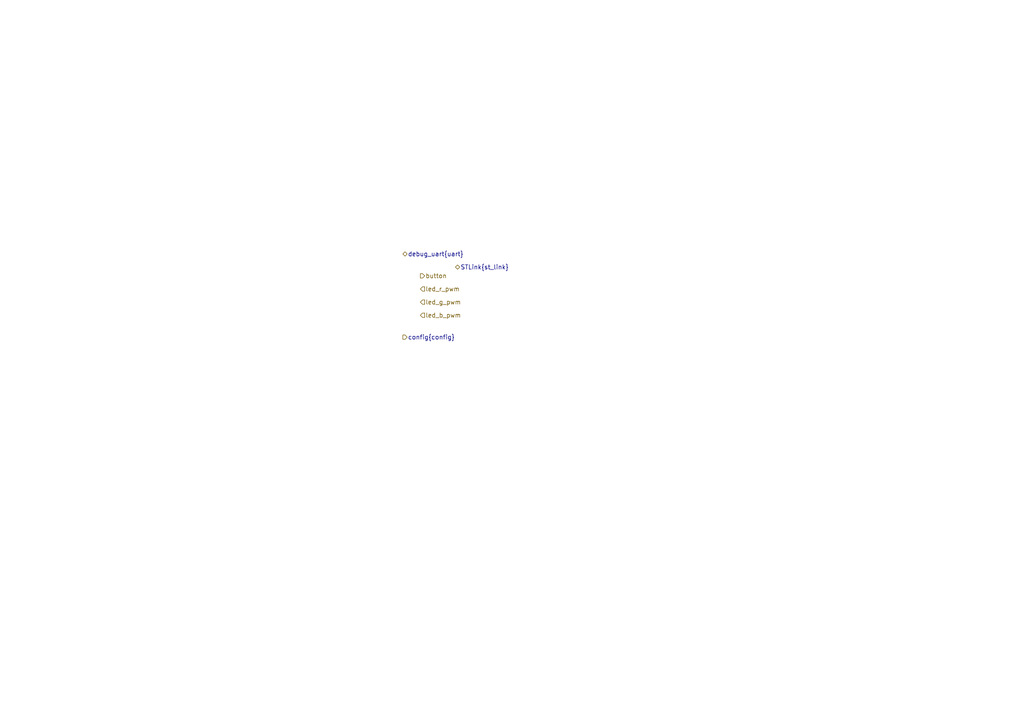
<source format=kicad_sch>
(kicad_sch
	(version 20231120)
	(generator "eeschema")
	(generator_version "8.0")
	(uuid "f8efc37a-51ae-45fa-a390-12fd30ba211d")
	(paper "A4")
	(lib_symbols)
	(hierarchical_label "button"
		(shape output)
		(at 121.92 80.01 0)
		(effects
			(font
				(size 1.27 1.27)
			)
			(justify left)
		)
		(uuid "2e77988c-5ee4-4f40-8dde-95b526ba819a")
	)
	(hierarchical_label "config{config}"
		(shape output)
		(at 116.84 97.79 0)
		(effects
			(font
				(size 1.27 1.27)
			)
			(justify left)
		)
		(uuid "56dd0092-2d4f-4c66-81b4-7d4a9d4b24a9")
	)
	(hierarchical_label "debug_uart{uart}"
		(shape bidirectional)
		(at 116.84 73.66 0)
		(effects
			(font
				(size 1.27 1.27)
			)
			(justify left)
		)
		(uuid "59b753de-c76f-4061-aa88-8693c8075ac4")
	)
	(hierarchical_label "led_g_pwm"
		(shape input)
		(at 121.92 87.63 0)
		(effects
			(font
				(size 1.27 1.27)
			)
			(justify left)
		)
		(uuid "94e3ea78-4484-4c2a-8a6f-77b5730ed609")
	)
	(hierarchical_label "led_b_pwm"
		(shape input)
		(at 121.92 91.44 0)
		(effects
			(font
				(size 1.27 1.27)
			)
			(justify left)
		)
		(uuid "c64a4a02-e14c-447f-9da8-4abdaad842e7")
	)
	(hierarchical_label "STLink{st_link}"
		(shape bidirectional)
		(at 132.08 77.47 0)
		(effects
			(font
				(size 1.27 1.27)
			)
			(justify left)
		)
		(uuid "cf48367d-9729-431b-8e73-9c195b467b31")
	)
	(hierarchical_label "led_r_pwm"
		(shape input)
		(at 121.92 83.82 0)
		(effects
			(font
				(size 1.27 1.27)
			)
			(justify left)
		)
		(uuid "ec850ee5-d769-478d-ac38-f9c4d069968d")
	)
)

</source>
